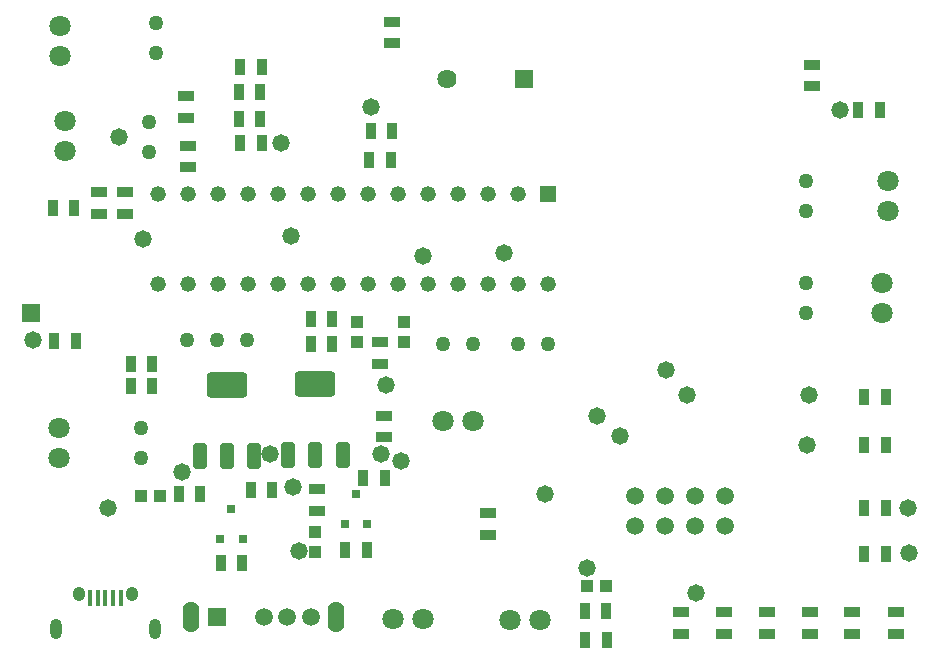
<source format=gbr>
%TF.GenerationSoftware,Altium Limited,Altium Designer,24.10.1 (45)*%
G04 Layer_Color=8388736*
%FSLAX25Y25*%
%MOIN*%
%TF.SameCoordinates,9950C81B-CD0A-4F44-AB06-5448DEDD42A1*%
%TF.FilePolarity,Negative*%
%TF.FileFunction,Soldermask,Top*%
%TF.Part,Single*%
G01*
G75*
%TA.AperFunction,SMDPad,CuDef*%
%ADD17R,0.01600X0.05300*%
%TA.AperFunction,ComponentPad*%
%ADD22C,0.07100*%
%ADD23C,0.05000*%
%ADD24R,0.05200X0.05200*%
%ADD25C,0.05200*%
%ADD29R,0.05900X0.05900*%
%ADD30C,0.05900*%
%ADD33O,0.04200X0.04900*%
%ADD34O,0.04000X0.06700*%
%TA.AperFunction,SMDPad,CuDef*%
%ADD46R,0.05700X0.03600*%
%ADD47R,0.03600X0.05700*%
%ADD48R,0.03950X0.03950*%
%ADD49R,0.03950X0.03950*%
%ADD50R,0.02600X0.02800*%
G04:AMPARAMS|DCode=51|XSize=85.95mil|YSize=44.61mil|CornerRadius=8.58mil|HoleSize=0mil|Usage=FLASHONLY|Rotation=90.000|XOffset=0mil|YOffset=0mil|HoleType=Round|Shape=RoundedRectangle|*
%AMROUNDEDRECTD51*
21,1,0.08595,0.02746,0,0,90.0*
21,1,0.06880,0.04461,0,0,90.0*
1,1,0.01715,0.01373,0.03440*
1,1,0.01715,0.01373,-0.03440*
1,1,0.01715,-0.01373,-0.03440*
1,1,0.01715,-0.01373,0.03440*
%
%ADD51ROUNDEDRECTD51*%
G04:AMPARAMS|DCode=52|XSize=85.95mil|YSize=135.16mil|CornerRadius=13.74mil|HoleSize=0mil|Usage=FLASHONLY|Rotation=90.000|XOffset=0mil|YOffset=0mil|HoleType=Round|Shape=RoundedRectangle|*
%AMROUNDEDRECTD52*
21,1,0.08595,0.10768,0,0,90.0*
21,1,0.05847,0.13516,0,0,90.0*
1,1,0.02749,0.05384,0.02923*
1,1,0.02749,0.05384,-0.02923*
1,1,0.02749,-0.05384,-0.02923*
1,1,0.02749,-0.05384,0.02923*
%
%ADD52ROUNDEDRECTD52*%
%TA.AperFunction,ComponentPad*%
%ADD53O,0.05556X0.10312*%
%ADD54C,0.05950*%
%ADD55R,0.05950X0.05950*%
%ADD56C,0.06400*%
%ADD57R,0.06400X0.06400*%
%TA.AperFunction,ViaPad*%
%ADD58C,0.05800*%
D17*
X135118Y141032D02*
D03*
X132559D02*
D03*
X130000D02*
D03*
X127441D02*
D03*
X124882D02*
D03*
D22*
X275000Y133500D02*
D03*
X265000D02*
D03*
X391000Y270000D02*
D03*
Y280000D02*
D03*
X116500Y290000D02*
D03*
Y300000D02*
D03*
X236000Y134000D02*
D03*
X226000D02*
D03*
X242500Y200000D02*
D03*
X252500D02*
D03*
X114500Y197500D02*
D03*
Y187500D02*
D03*
X389000Y236000D02*
D03*
Y246000D02*
D03*
X115000Y321500D02*
D03*
Y331500D02*
D03*
D23*
X147000Y332500D02*
D03*
Y322500D02*
D03*
X177050Y227000D02*
D03*
X167050D02*
D03*
X157050D02*
D03*
X144500Y299500D02*
D03*
Y289500D02*
D03*
X142000Y197500D02*
D03*
Y187500D02*
D03*
X363500Y246000D02*
D03*
Y236000D02*
D03*
Y280000D02*
D03*
Y270000D02*
D03*
X252500Y225500D02*
D03*
X242500D02*
D03*
X267500D02*
D03*
X277500D02*
D03*
D24*
Y275500D02*
D03*
D25*
X267500D02*
D03*
X257500D02*
D03*
X247500D02*
D03*
X237500D02*
D03*
X227500D02*
D03*
X217500D02*
D03*
X207500D02*
D03*
X197500D02*
D03*
X187500D02*
D03*
X177500D02*
D03*
X167500D02*
D03*
X157500D02*
D03*
X147500D02*
D03*
Y245500D02*
D03*
X157500D02*
D03*
X167500D02*
D03*
X177500D02*
D03*
X187500D02*
D03*
X197500D02*
D03*
X207500D02*
D03*
X217500D02*
D03*
X227500D02*
D03*
X237500D02*
D03*
X247500D02*
D03*
X257500D02*
D03*
X267500D02*
D03*
X277500D02*
D03*
D29*
X105283Y236000D02*
D03*
D30*
X336500Y165000D02*
D03*
X326500D02*
D03*
X316500D02*
D03*
X306500D02*
D03*
Y175000D02*
D03*
X316500D02*
D03*
X336500D02*
D03*
X326500D02*
D03*
D33*
X121240Y142311D02*
D03*
X138760D02*
D03*
D34*
X146437Y130500D02*
D03*
X113563D02*
D03*
D46*
X225500Y325900D02*
D03*
Y333000D02*
D03*
X157500Y291550D02*
D03*
Y284450D02*
D03*
X157000Y300950D02*
D03*
Y308050D02*
D03*
X365500Y318550D02*
D03*
Y311450D02*
D03*
X322000Y136050D02*
D03*
Y128950D02*
D03*
X336290Y136050D02*
D03*
Y128950D02*
D03*
X350580Y136050D02*
D03*
Y128950D02*
D03*
X393500D02*
D03*
Y136050D02*
D03*
X379000D02*
D03*
Y128950D02*
D03*
X364870Y136050D02*
D03*
Y128950D02*
D03*
X257500Y169050D02*
D03*
Y161950D02*
D03*
X221500Y226050D02*
D03*
Y218950D02*
D03*
X200500Y169950D02*
D03*
Y177050D02*
D03*
X223000Y201550D02*
D03*
Y194450D02*
D03*
X136500Y268950D02*
D03*
Y276050D02*
D03*
X128000D02*
D03*
Y268950D02*
D03*
D47*
X174450Y300500D02*
D03*
X181550D02*
D03*
X388050Y303500D02*
D03*
X380950D02*
D03*
X296800Y136500D02*
D03*
X289700D02*
D03*
X289950Y127000D02*
D03*
X297050D02*
D03*
X382950Y192000D02*
D03*
X390050D02*
D03*
X382950Y208000D02*
D03*
X390050D02*
D03*
X382950Y171000D02*
D03*
X390050D02*
D03*
X382950Y155500D02*
D03*
X390050D02*
D03*
X145550Y211500D02*
D03*
X138450D02*
D03*
X178450Y177000D02*
D03*
X185550D02*
D03*
X154450Y175500D02*
D03*
X161550D02*
D03*
X215950Y181000D02*
D03*
X223050D02*
D03*
X168450Y152500D02*
D03*
X175550D02*
D03*
X209950Y157000D02*
D03*
X217050D02*
D03*
X145550Y219000D02*
D03*
X138450D02*
D03*
X119550Y271000D02*
D03*
X112450D02*
D03*
X174950Y292500D02*
D03*
X182050D02*
D03*
X174400Y309500D02*
D03*
X181500D02*
D03*
X182050Y318000D02*
D03*
X174950D02*
D03*
X225550Y296450D02*
D03*
X218450D02*
D03*
X225050Y286950D02*
D03*
X217950D02*
D03*
X198450Y234000D02*
D03*
X205550D02*
D03*
X198500Y225500D02*
D03*
X205600D02*
D03*
X112950Y226500D02*
D03*
X120050D02*
D03*
D48*
X141752Y175000D02*
D03*
X148248D02*
D03*
X290415Y144925D02*
D03*
X296911D02*
D03*
D49*
X229500Y232748D02*
D03*
Y226252D02*
D03*
X214000Y232748D02*
D03*
Y226252D02*
D03*
X200000Y156252D02*
D03*
Y162748D02*
D03*
D50*
X172000Y170400D02*
D03*
X175740Y160600D02*
D03*
X168260D02*
D03*
X213500Y175400D02*
D03*
X217240Y165600D02*
D03*
X209760D02*
D03*
D51*
X190945Y188630D02*
D03*
X200000D02*
D03*
X209055D02*
D03*
X161522Y188263D02*
D03*
X170577D02*
D03*
X179632D02*
D03*
D52*
X200000Y212370D02*
D03*
X170577Y212003D02*
D03*
D53*
X158575Y134500D02*
D03*
X207000D02*
D03*
D54*
X182787D02*
D03*
X190661D02*
D03*
X198535D02*
D03*
D55*
X167039D02*
D03*
D56*
X243910Y314000D02*
D03*
D57*
X269500D02*
D03*
D58*
X134500Y294500D02*
D03*
X185000Y189000D02*
D03*
X192000Y261500D02*
D03*
X106000Y227000D02*
D03*
X194500Y156500D02*
D03*
X222000Y189000D02*
D03*
X228500Y186500D02*
D03*
X375000Y303500D02*
D03*
X218500Y304500D02*
D03*
X188500Y292500D02*
D03*
X142500Y260500D02*
D03*
X192500Y178000D02*
D03*
X155500Y183000D02*
D03*
X131000Y171000D02*
D03*
X290500Y151000D02*
D03*
X398000Y156000D02*
D03*
X397500Y171000D02*
D03*
X364000Y192000D02*
D03*
X324000Y208500D02*
D03*
X301500Y195000D02*
D03*
X364500Y208500D02*
D03*
X317000Y217000D02*
D03*
X294000Y201500D02*
D03*
X236000Y255000D02*
D03*
X263000Y256000D02*
D03*
X223500Y212000D02*
D03*
X327000Y142500D02*
D03*
X276500Y175500D02*
D03*
%TF.MD5,b648ac26ab94ceb5c5ac4fd8c9dbfa5c*%
M02*

</source>
